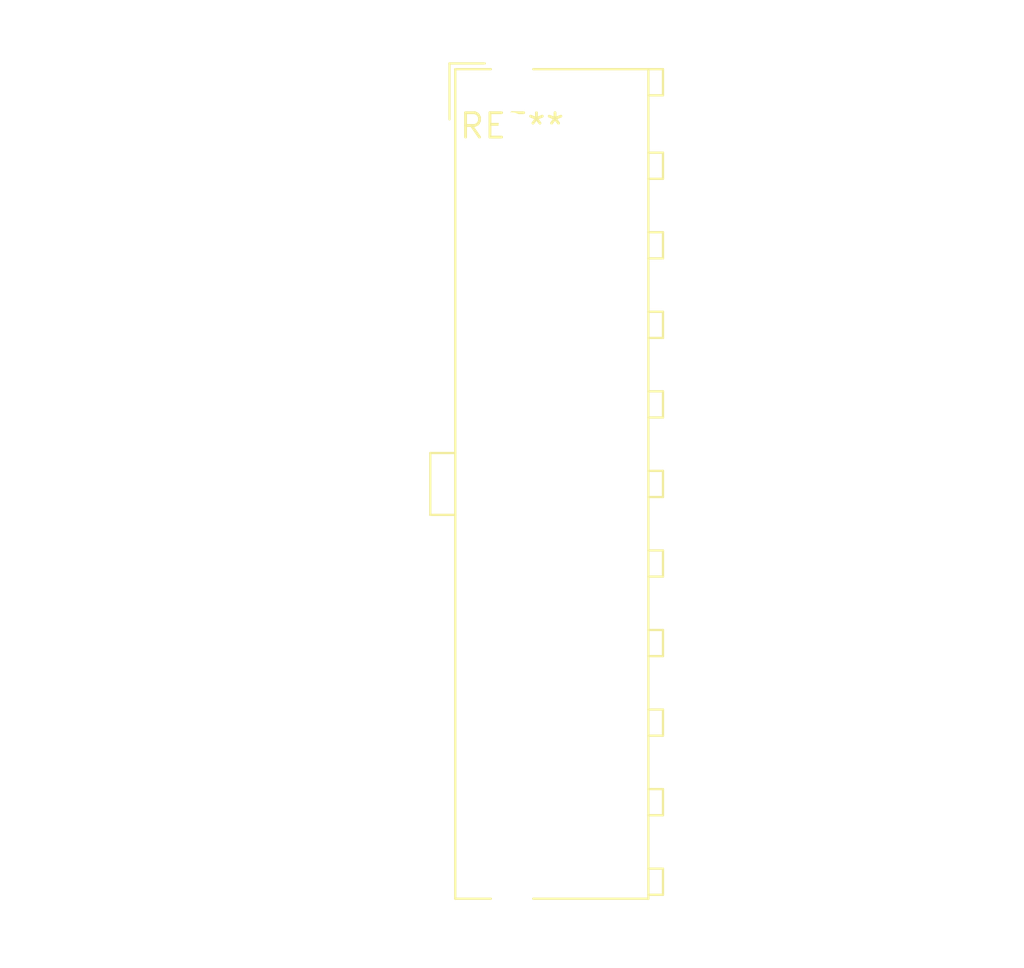
<source format=kicad_pcb>
(kicad_pcb (version 20240108) (generator pcbnew)
  (layers (0 "F.Cu" signal) (31 "B.Cu" signal) (34 "B.Paste" user) (35 "F.Paste" user) (36 "B.SilkS" user "B.Silkscreen") (37 "F.SilkS" user "F.Silkscreen") (38 "B.Mask" user) (39 "F.Mask" user) (44 "Edge.Cuts" user))
  (net 0 "")
  (footprint "TE_MATE-N-LOK_1-794070-x_2x10_P4.14mm_Vertical" (layer "F.Cu") (at 0 0)
    (property "Reference" "REF**")
    (property "Value" "TE_MATE-N-LOK_1-794070-x_2x10_P4.14mm_Vertical")
    (fp_line (start -4.255 17.02) (end -4.255 20.24) (layer "F.SilkS") (stroke (width 0.12)))
    (fp_line (start -4.255 20.24) (end -2.955 20.24) (layer "F.SilkS") (stroke (width 0.12)))
    (fp_line (start -3.255 -3.255) (end -3.255 -0.345) (layer "F.SilkS") (stroke (width 0.12)))
    (fp_line (start -2.955 -2.955) (end -2.955 40.215) (layer "F.SilkS") (stroke (width 0.12)))
    (fp_line (start -2.955 17.02) (end -4.255 17.02) (layer "F.SilkS") (stroke (width 0.12)))
    (fp_line (start -2.955 40.215) (end -1.103302 40.215) (layer "F.SilkS") (stroke (width 0.12)))
    (fp_line (start -1.42066 -3.255) (end -3.255 -3.255) (layer "F.SilkS") (stroke (width 0.12)))
    (fp_line (start -1.103302 -2.955) (end -2.955 -2.955) (layer "F.SilkS") (stroke (width 0.12)))
    (fp_line (start 1.103302 -2.955) (end 7.095 -2.955) (layer "F.SilkS") (stroke (width 0.12)))
    (fp_line (start 7.095 -2.955) (end 7.095 40.215) (layer "F.SilkS") (stroke (width 0.12)))
    (fp_line (start 7.095 -2.955) (end 7.855 -2.955) (layer "F.SilkS") (stroke (width 0.12)))
    (fp_line (start 7.095 1.39) (end 7.855 1.39) (layer "F.SilkS") (stroke (width 0.12)))
    (fp_line (start 7.095 5.53) (end 7.855 5.53) (layer "F.SilkS") (stroke (width 0.12)))
    (fp_line (start 7.095 9.67) (end 7.855 9.67) (layer "F.SilkS") (stroke (width 0.12)))
    (fp_line (start 7.095 13.81) (end 7.855 13.81) (layer "F.SilkS") (stroke (width 0.12)))
    (fp_line (start 7.095 17.95) (end 7.855 17.95) (layer "F.SilkS") (stroke (width 0.12)))
    (fp_line (start 7.095 22.09) (end 7.855 22.09) (layer "F.SilkS") (stroke (width 0.12)))
    (fp_line (start 7.095 26.23) (end 7.855 26.23) (layer "F.SilkS") (stroke (width 0.12)))
    (fp_line (start 7.095 30.37) (end 7.855 30.37) (layer "F.SilkS") (stroke (width 0.12)))
    (fp_line (start 7.095 34.51) (end 7.855 34.51) (layer "F.SilkS") (stroke (width 0.12)))
    (fp_line (start 7.095 38.65) (end 7.855 38.65) (layer "F.SilkS") (stroke (width 0.12)))
    (fp_line (start 7.095 40.215) (end 1.103302 40.215) (layer "F.SilkS") (stroke (width 0.12)))
    (fp_line (start 7.855 -2.955) (end 7.855 -1.595) (layer "F.SilkS") (stroke (width 0.12)))
    (fp_line (start 7.855 -1.595) (end 7.095 -1.595) (layer "F.SilkS") (stroke (width 0.12)))
    (fp_line (start 7.855 1.39) (end 7.855 2.75) (layer "F.SilkS") (stroke (width 0.12)))
    (fp_line (start 7.855 2.75) (end 7.095 2.75) (layer "F.SilkS") (stroke (width 0.12)))
    (fp_line (start 7.855 5.53) (end 7.855 6.89) (layer "F.SilkS") (stroke (width 0.12)))
    (fp_line (start 7.855 6.89) (end 7.095 6.89) (layer "F.SilkS") (stroke (width 0.12)))
    (fp_line (start 7.855 9.67) (end 7.855 11.03) (layer "F.SilkS") (stroke (width 0.12)))
    (fp_line (start 7.855 11.03) (end 7.095 11.03) (layer "F.SilkS") (stroke (width 0.12)))
    (fp_line (start 7.855 13.81) (end 7.855 15.17) (layer "F.SilkS") (stroke (width 0.12)))
    (fp_line (start 7.855 15.17) (end 7.095 15.17) (layer "F.SilkS") (stroke (width 0.12)))
    (fp_line (start 7.855 17.95) (end 7.855 19.31) (layer "F.SilkS") (stroke (width 0.12)))
    (fp_line (start 7.855 19.31) (end 7.095 19.31) (layer "F.SilkS") (stroke (width 0.12)))
    (fp_line (start 7.855 22.09) (end 7.855 23.45) (layer "F.SilkS") (stroke (width 0.12)))
    (fp_line (start 7.855 23.45) (end 7.095 23.45) (layer "F.SilkS") (stroke (width 0.12)))
    (fp_line (start 7.855 26.23) (end 7.855 27.59) (layer "F.SilkS") (stroke (width 0.12)))
    (fp_line (start 7.855 27.59) (end 7.095 27.59) (layer "F.SilkS") (stroke (width 0.12)))
    (fp_line (start 7.855 30.37) (end 7.855 31.73) (layer "F.SilkS") (stroke (width 0.12)))
    (fp_line (start 7.855 31.73) (end 7.095 31.73) (layer "F.SilkS") (stroke (width 0.12)))
    (fp_line (start 7.855 34.51) (end 7.855 35.87) (layer "F.SilkS") (stroke (width 0.12)))
    (fp_line (start 7.855 35.87) (end 7.095 35.87) (layer "F.SilkS") (stroke (width 0.12)))
    (fp_line (start 7.855 38.65) (end 7.855 40.01) (layer "F.SilkS") (stroke (width 0.12)))
    (fp_line (start 7.855 40.01) (end 7.095 40.01) (layer "F.SilkS") (stroke (width 0.12)))
    (pad "" np_thru_hole circle (at 0 -4.44) (size 3.18 3.18) (drill 3.18) (layers *.Cu *.Mask))
    (pad "" np_thru_hole circle (at 0 41.7) (size 3.18 3.18) (drill 3.18) (layers *.Cu *.Mask))
    (pad "1" thru_hole roundrect (at 0 0) (size 2.64 2.64) (drill 1.4) (layers *.Cu *.Mask) (remove_unused_layers) (roundrect_rratio 0.094697))
    (pad "2" thru_hole circle (at 0 4.14) (size 2.64 2.64) (drill 1.4) (layers *.Cu *.Mask) (remove_unused_layers))
    (pad "3" thru_hole circle (at 0 8.28) (size 2.64 2.64) (drill 1.4) (layers *.Cu *.Mask) (remove_unused_layers))
    (pad "4" thru_hole circle (at 0 12.42) (size 2.64 2.64) (drill 1.4) (layers *.Cu *.Mask) (remove_unused_layers))
    (pad "5" thru_hole circle (at 0 16.56) (size 2.64 2.64) (drill 1.4) (layers *.Cu *.Mask) (remove_unused_layers))
    (pad "6" thru_hole circle (at 0 20.7) (size 2.64 2.64) (drill 1.4) (layers *.Cu *.Mask) (remove_unused_layers))
    (pad "7" thru_hole circle (at 0 24.84) (size 2.64 2.64) (drill 1.4) (layers *.Cu *.Mask) (remove_unused_layers))
    (pad "8" thru_hole circle (at 0 28.98) (size 2.64 2.64) (drill 1.4) (layers *.Cu *.Mask) (remove_unused_layers))
    (pad "9" thru_hole circle (at 0 33.12) (size 2.64 2.64) (drill 1.4) (layers *.Cu *.Mask) (remove_unused_layers))
    (pad "10" thru_hole circle (at 0 37.26) (size 2.64 2.64) (drill 1.4) (layers *.Cu *.Mask) (remove_unused_layers))
    (pad "11" thru_hole circle (at 4.14 0) (size 2.64 2.64) (drill 1.4) (layers *.Cu *.Mask) (remove_unused_layers))
    (pad "12" thru_hole circle (at 4.14 4.14) (size 2.64 2.64) (drill 1.4) (layers *.Cu *.Mask) (remove_unused_layers))
    (pad "13" thru_hole circle (at 4.14 8.28) (size 2.64 2.64) (drill 1.4) (layers *.Cu *.Mask) (remove_unused_layers))
    (pad "14" thru_hole circle (at 4.14 12.42) (size 2.64 2.64) (drill 1.4) (layers *.Cu *.Mask) (remove_unused_layers))
    (pad "15" thru_hole circle (at 4.14 16.56) (size 2.64 2.64) (drill 1.4) (layers *.Cu *.Mask) (remove_unused_layers))
    (pad "16" thru_hole circle (at 4.14 20.7) (size 2.64 2.64) (drill 1.4) (layers *.Cu *.Mask) (remove_unused_layers))
    (pad "17" thru_hole circle (at 4.14 24.84) (size 2.64 2.64) (drill 1.4) (layers *.Cu *.Mask) (remove_unused_layers))
    (pad "18" thru_hole circle (at 4.14 28.98) (size 2.64 2.64) (drill 1.4) (layers *.Cu *.Mask) (remove_unused_layers))
    (pad "19" thru_hole circle (at 4.14 33.12) (size 2.64 2.64) (drill 1.4) (layers *.Cu *.Mask) (remove_unused_layers))
    (pad "20" thru_hole circle (at 4.14 37.26) (size 2.64 2.64) (drill 1.4) (layers *.Cu *.Mask) (remove_unused_layers))
  )
)
</source>
